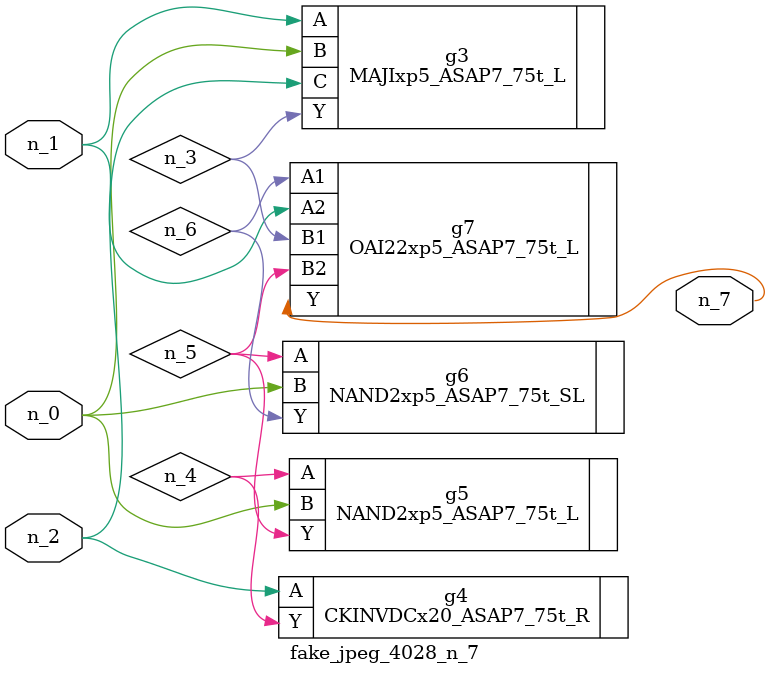
<source format=v>
module fake_jpeg_4028_n_7 (n_0, n_2, n_1, n_7);

input n_0;
input n_2;
input n_1;

output n_7;

wire n_3;
wire n_4;
wire n_6;
wire n_5;

MAJIxp5_ASAP7_75t_L g3 ( 
.A(n_1),
.B(n_0),
.C(n_2),
.Y(n_3)
);

CKINVDCx20_ASAP7_75t_R g4 ( 
.A(n_2),
.Y(n_4)
);

NAND2xp5_ASAP7_75t_L g5 ( 
.A(n_4),
.B(n_0),
.Y(n_5)
);

NAND2xp5_ASAP7_75t_SL g6 ( 
.A(n_5),
.B(n_0),
.Y(n_6)
);

OAI22xp5_ASAP7_75t_L g7 ( 
.A1(n_6),
.A2(n_1),
.B1(n_3),
.B2(n_5),
.Y(n_7)
);


endmodule
</source>
